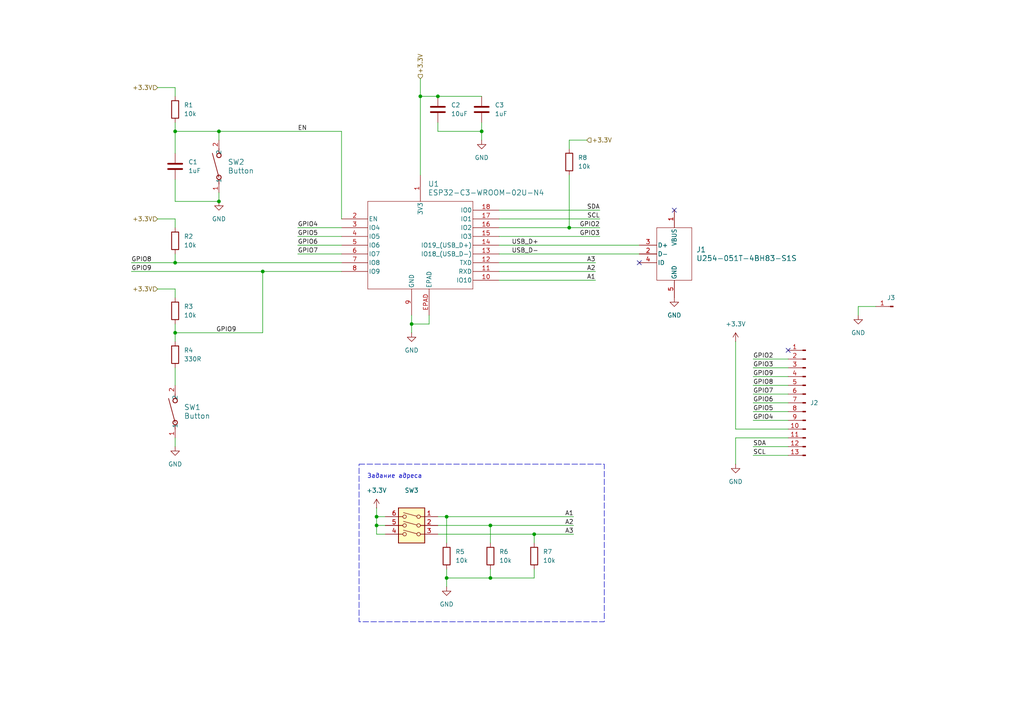
<source format=kicad_sch>
(kicad_sch (version 20231120) (generator "eeschema") (generator_version "8.0")
  (paper "A4")
  (lib_symbols
    (symbol "kicad_inventree_lib:C_10uF_16V_1206" (pin_numbers hide) (pin_names (offset 0.254))
      (property "Reference" "C" (at 0.635 2.54 0))
      (property "Value" "10uF" (at 0.635 -2.54 0))
      (symbol "C_10uF_16V_1206_0_1"
        (polyline (pts (xy -2.032 -0.762) (xy 2.032 -0.762)) (stroke (width 0.508)))
        (polyline (pts (xy -2.032 0.762) (xy 2.032 0.762)) (stroke (width 0.508)))
      )
      (symbol "C_10uF_16V_1206_1_1"
        (pin passive line (at 0 3.81 270) (length 2.794) (name "~") (number "1"))
        (pin passive line (at 0 -3.81 90) (length 2.794) (name "~") (number "2"))
      )
    )
    (symbol "kicad_inventree_lib:C_1uF_16V_1206" (pin_numbers hide) (pin_names (offset 0.254))
      (property "Reference" "C" (at 0.635 2.54 0))
      (property "Value" "1uF" (at 0.635 -2.54 0))
      (symbol "C_1uF_16V_1206_0_1"
        (polyline (pts (xy -2.032 -0.762) (xy 2.032 -0.762)) (stroke (width 0.508)))
        (polyline (pts (xy -2.032 0.762) (xy 2.032 0.762)) (stroke (width 0.508)))
      )
      (symbol "C_1uF_16V_1206_1_1"
        (pin passive line (at 0 3.81 270) (length 2.794) (name "~") (number "1"))
        (pin passive line (at 0 -3.81 90) (length 2.794) (name "~") (number "2"))
      )
    )
    (symbol "kicad_inventree_lib:C_1uF_50V_1206" (pin_numbers hide) (pin_names (offset 0.254))
      (property "Reference" "C" (at 0.635 2.54 0))
      (property "Value" "1uF" (at 0.635 -2.54 0))
      (symbol "C_1uF_50V_1206_0_1"
        (polyline (pts (xy -2.032 -0.762) (xy 2.032 -0.762)) (stroke (width 0.508)))
        (polyline (pts (xy -2.032 0.762) (xy 2.032 0.762)) (stroke (width 0.508)))
      )
      (symbol "C_1uF_50V_1206_1_1"
        (pin passive line (at 0 3.81 270) (length 2.794) (name "~") (number "1"))
        (pin passive line (at 0 -3.81 90) (length 2.794) (name "~") (number "2"))
      )
    )
    (symbol "kicad_inventree_lib:DIP_SW-3P-P2.54-THT-Top" (pin_names (offset 0) hide)
      (property "Reference" "SW" (at 0 6.35 0))
      (property "Value" "DIP_SW-3P-P2.54-THT-Top" (at 0 -6.35 0))
      (symbol "DIP_SW-3P-P2.54-THT-Top_0_0"
        (circle (center -2.032 -2.54) (radius 0.508))
        (circle (center -2.032 0) (radius 0.508))
        (circle (center -2.032 2.54) (radius 0.508))
        (polyline (pts (xy -1.524 -2.413) (xy 2.3622 -1.3716)))
        (polyline (pts (xy -1.524 0.127) (xy 2.3622 1.1684)))
        (polyline (pts (xy -1.524 2.667) (xy 2.3622 3.7084)))
        (circle (center 2.032 -2.54) (radius 0.508))
        (circle (center 2.032 0) (radius 0.508))
        (circle (center 2.032 2.54) (radius 0.508))
      )
      (symbol "DIP_SW-3P-P2.54-THT-Top_0_1"
        (rectangle (start -3.81 5.08) (end 3.81 -5.08) (stroke (width 0.254)) (fill (type background)))
      )
      (symbol "DIP_SW-3P-P2.54-THT-Top_1_1"
        (pin passive line (at -7.62 2.54 0) (length 5.08) (name "~") (number "1"))
        (pin passive line (at -7.62 0 0) (length 5.08) (name "~") (number "2"))
        (pin passive line (at -7.62 -2.54 0) (length 5.08) (name "~") (number "3"))
        (pin passive line (at 7.62 -2.54 180) (length 5.08) (name "~") (number "4"))
        (pin passive line (at 7.62 0 180) (length 5.08) (name "~") (number "5"))
        (pin passive line (at 7.62 2.54 180) (length 5.08) (name "~") (number "6"))
      )
    )
    (symbol "kicad_inventree_lib:ESP32-C3-WROOM-02U-N4" (pin_names (offset 0.254))
      (property "Reference" "U" (at 2.54 5.08 0))
      (property "Value" "ESP32-C3-WROOM-02U-N4" (at 2.54 2.54 0))
      (symbol "ESP32-C3-WROOM-02U-N4_0_1"
        (polyline (pts (xy -15.24 -25.4) (xy 15.24 -25.4)) (stroke (width 0.127)))
        (polyline (pts (xy -15.24 0) (xy -15.24 -25.4)) (stroke (width 0.127)))
        (polyline (pts (xy 15.24 -25.4) (xy 15.24 0)) (stroke (width 0.127)))
        (polyline (pts (xy 15.24 0) (xy -15.24 0)) (stroke (width 0.127)))
        (pin power_in line (at 0 7.62 270) (length 7.62) (name "3V3") (number "1"))
        (pin bidirectional line (at 22.86 -22.86 180) (length 7.62) (name "IO10") (number "10"))
        (pin bidirectional line (at 22.86 -20.32 180) (length 7.62) (name "RXD") (number "11"))
        (pin bidirectional line (at 22.86 -17.78 180) (length 7.62) (name "TXD") (number "12"))
        (pin bidirectional line (at 22.86 -10.16 180) (length 7.62) (name "IO3") (number "15"))
        (pin bidirectional line (at 22.86 -7.62 180) (length 7.62) (name "IO2") (number "16"))
        (pin bidirectional line (at 22.86 -5.08 180) (length 7.62) (name "IO1") (number "17"))
        (pin bidirectional line (at 22.86 -2.54 180) (length 7.62) (name "IO0") (number "18"))
        (pin input line (at -22.86 -5.08 0) (length 7.62) (name "EN") (number "2"))
        (pin bidirectional line (at -22.86 -7.62 0) (length 7.62) (name "IO4") (number "3"))
        (pin bidirectional line (at -22.86 -10.16 0) (length 7.62) (name "IO5") (number "4"))
        (pin bidirectional line (at -22.86 -12.7 0) (length 7.62) (name "IO6") (number "5"))
        (pin bidirectional line (at -22.86 -15.24 0) (length 7.62) (name "IO7") (number "6"))
        (pin bidirectional line (at -22.86 -17.78 0) (length 7.62) (name "IO8") (number "7"))
        (pin bidirectional line (at -22.86 -20.32 0) (length 7.62) (name "IO9") (number "8"))
        (pin power_out line (at -2.54 -33.02 90) (length 7.62) (name "GND") (number "9"))
      )
      (symbol "ESP32-C3-WROOM-02U-N4_1_1"
        (pin bidirectional line (at 22.86 -15.24 180) (length 7.62) (name "IO18_(USB_D-)") (number "13"))
        (pin bidirectional line (at 22.86 -12.7 180) (length 7.62) (name "IO19_(USB_D+)") (number "14"))
        (pin power_out line (at 2.54 -33.02 90) (length 7.62) (name "EPAD") (number "EPAD"))
      )
    )
    (symbol "kicad_inventree_lib:PinHeader_01x01_P2.54_THT_straight" (pin_names (offset 1.016) hide)
      (property "Reference" "J" (at 0 2.54 0))
      (property "Value" "PinHeader_01x01_P2.54_THT_straight" (at 0 -2.54 0))
      (symbol "PinHeader_01x01_P2.54_THT_straight_1_1"
        (polyline (pts (xy 1.27 0) (xy 0.8636 0)) (stroke (width 0.1524)))
        (rectangle (start 0.8636 0.127) (end 0 -0.127) (stroke (width 0.1524)) (fill (type outline)))
        (pin passive line (at 5.08 0 180) (length 3.81) (name "Pin_1") (number "1"))
      )
    )
    (symbol "kicad_inventree_lib:PinHeader_01x13_P2.54_THT_straight" (pin_names (offset 1.016) hide)
      (property "Reference" "J" (at 0 17.78 0))
      (property "Value" "PinHeader_01x13_P2.54_THT_straight" (at 0 -17.78 0))
      (symbol "PinHeader_01x13_P2.54_THT_straight_1_1"
        (polyline (pts (xy 1.27 -15.24) (xy 0.8636 -15.24)) (stroke (width 0.1524)))
        (polyline (pts (xy 1.27 -12.7) (xy 0.8636 -12.7)) (stroke (width 0.1524)))
        (polyline (pts (xy 1.27 -10.16) (xy 0.8636 -10.16)) (stroke (width 0.1524)))
        (polyline (pts (xy 1.27 -7.62) (xy 0.8636 -7.62)) (stroke (width 0.1524)))
        (polyline (pts (xy 1.27 -5.08) (xy 0.8636 -5.08)) (stroke (width 0.1524)))
        (polyline (pts (xy 1.27 -2.54) (xy 0.8636 -2.54)) (stroke (width 0.1524)))
        (polyline (pts (xy 1.27 0) (xy 0.8636 0)) (stroke (width 0.1524)))
        (polyline (pts (xy 1.27 2.54) (xy 0.8636 2.54)) (stroke (width 0.1524)))
        (polyline (pts (xy 1.27 5.08) (xy 0.8636 5.08)) (stroke (width 0.1524)))
        (polyline (pts (xy 1.27 7.62) (xy 0.8636 7.62)) (stroke (width 0.1524)))
        (polyline (pts (xy 1.27 10.16) (xy 0.8636 10.16)) (stroke (width 0.1524)))
        (polyline (pts (xy 1.27 12.7) (xy 0.8636 12.7)) (stroke (width 0.1524)))
        (polyline (pts (xy 1.27 15.24) (xy 0.8636 15.24)) (stroke (width 0.1524)))
        (rectangle (start 0.8636 -15.113) (end 0 -15.367) (stroke (width 0.1524)) (fill (type outline)))
        (rectangle (start 0.8636 -12.573) (end 0 -12.827) (stroke (width 0.1524)) (fill (type outline)))
        (rectangle (start 0.8636 -10.033) (end 0 -10.287) (stroke (width 0.1524)) (fill (type outline)))
        (rectangle (start 0.8636 -7.493) (end 0 -7.747) (stroke (width 0.1524)) (fill (type outline)))
        (rectangle (start 0.8636 -4.953) (end 0 -5.207) (stroke (width 0.1524)) (fill (type outline)))
        (rectangle (start 0.8636 -2.413) (end 0 -2.667) (stroke (width 0.1524)) (fill (type outline)))
        (rectangle (start 0.8636 0.127) (end 0 -0.127) (stroke (width 0.1524)) (fill (type outline)))
        (rectangle (start 0.8636 2.667) (end 0 2.413) (stroke (width 0.1524)) (fill (type outline)))
        (rectangle (start 0.8636 5.207) (end 0 4.953) (stroke (width 0.1524)) (fill (type outline)))
        (rectangle (start 0.8636 7.747) (end 0 7.493) (stroke (width 0.1524)) (fill (type outline)))
        (rectangle (start 0.8636 10.287) (end 0 10.033) (stroke (width 0.1524)) (fill (type outline)))
        (rectangle (start 0.8636 12.827) (end 0 12.573) (stroke (width 0.1524)) (fill (type outline)))
        (rectangle (start 0.8636 15.367) (end 0 15.113) (stroke (width 0.1524)) (fill (type outline)))
        (pin passive line (at 5.08 15.24 180) (length 3.81) (name "Pin_1") (number "1"))
        (pin passive line (at 5.08 -7.62 180) (length 3.81) (name "Pin_10") (number "10"))
        (pin passive line (at 5.08 -10.16 180) (length 3.81) (name "Pin_11") (number "11"))
        (pin passive line (at 5.08 -12.7 180) (length 3.81) (name "Pin_12") (number "12"))
        (pin passive line (at 5.08 -15.24 180) (length 3.81) (name "Pin_13") (number "13"))
        (pin passive line (at 5.08 12.7 180) (length 3.81) (name "Pin_2") (number "2"))
        (pin passive line (at 5.08 10.16 180) (length 3.81) (name "Pin_3") (number "3"))
        (pin passive line (at 5.08 7.62 180) (length 3.81) (name "Pin_4") (number "4"))
        (pin passive line (at 5.08 5.08 180) (length 3.81) (name "Pin_5") (number "5"))
        (pin passive line (at 5.08 2.54 180) (length 3.81) (name "Pin_6") (number "6"))
        (pin passive line (at 5.08 0 180) (length 3.81) (name "Pin_7") (number "7"))
        (pin passive line (at 5.08 -2.54 180) (length 3.81) (name "Pin_8") (number "8"))
        (pin passive line (at 5.08 -5.08 180) (length 3.81) (name "Pin_9") (number "9"))
      )
    )
    (symbol "kicad_inventree_lib:R_10k_1206_1%" (pin_numbers hide) (pin_names (offset 0))
      (property "Reference" "R" (at 2.032 0 90))
      (property "Value" "10k" (at 0 0 90))
      (symbol "R_10k_1206_1%_0_1"
        (rectangle (start -1.016 -2.54) (end 1.016 2.54) (stroke (width 0.254)))
      )
      (symbol "R_10k_1206_1%_1_1"
        (pin passive line (at 0 3.81 270) (length 1.27) (name "~") (number "1"))
        (pin passive line (at 0 -3.81 90) (length 1.27) (name "~") (number "2"))
      )
    )
    (symbol "kicad_inventree_lib:R_330R_1206_1%" (pin_numbers hide) (pin_names (offset 0))
      (property "Reference" "R" (at 2.032 0 90))
      (property "Value" "330R" (at 0 0 90))
      (symbol "R_330R_1206_1%_0_1"
        (rectangle (start -1.016 -2.54) (end 1.016 2.54) (stroke (width 0.254)))
      )
      (symbol "R_330R_1206_1%_1_1"
        (pin passive line (at 0 3.81 270) (length 1.27) (name "~") (number "1"))
        (pin passive line (at 0 -3.81 90) (length 1.27) (name "~") (number "2"))
      )
    )
    (symbol "kicad_inventree_lib:TS-1088-AR02016" (pin_names (offset 0.254))
      (property "Reference" "SW" (at 7.62 3.81 0))
      (property "Value" "Button" (at 0 0 0))
      (symbol "TS-1088-AR02016_0_1"
        (polyline (pts (xy 2.54 0) (xy 3.81 0)) (stroke (width 0.2032)))
        (polyline (pts (xy 4.445 0) (xy 11.43 1.905)) (stroke (width 0.2032)))
        (polyline (pts (xy 12.7 0) (xy 11.43 0)) (stroke (width 0.2032)))
        (circle (center 4.445 0) (radius 0.635) (stroke (width 0.254)))
        (circle (center 10.795 0) (radius 0.635) (stroke (width 0.254)))
        (pin unspecified line (at 0 0 0) (length 2.54) (name "1") (number "1"))
        (pin unspecified line (at 15.24 0 180) (length 2.54) (name "2") (number "2"))
      )
    )
    (symbol "kicad_inventree_lib:XKG_U254-051T-4BH83-S1S" (pin_names (offset 0.254))
      (property "Reference" "J" (at 8.382 -1.27 0))
      (property "Value" "U254-051T-4BH83-S1S" (at 22.098 -5.842 0))
      (symbol "XKG_U254-051T-4BH83-S1S_0_1"
        (polyline (pts (xy -5.08 -15.24) (xy 5.08 -15.24)) (stroke (width 0.127)))
        (polyline (pts (xy -5.08 0) (xy -5.08 -15.24)) (stroke (width 0.127)))
        (polyline (pts (xy 5.08 -15.24) (xy 5.08 0)) (stroke (width 0.127)))
        (polyline (pts (xy 5.08 0) (xy -5.08 0)) (stroke (width 0.127)))
      )
      (symbol "XKG_U254-051T-4BH83-S1S_1_1"
        (pin unspecified line (at 0 5.08 270) (length 5.08) (name "VBUS") (number "1"))
        (pin unspecified line (at -10.16 -7.62 0) (length 5.08) (name "D-") (number "2"))
        (pin unspecified line (at -10.16 -5.08 0) (length 5.08) (name "D+") (number "3"))
        (pin unspecified line (at -10.16 -10.16 0) (length 5.08) (name "ID") (number "4"))
        (pin unspecified line (at 0 -20.32 90) (length 5.08) (name "GND") (number "5"))
      )
    )
    (symbol "power:+3.3V" (power) (pin_numbers hide) (pin_names (offset 0) hide)
      (property "Value" "+3.3V" (at 0 3.556 0))
      (symbol "+3.3V_0_1"
        (polyline (pts (xy -0.762 1.27) (xy 0 2.54)))
        (polyline (pts (xy 0 0) (xy 0 2.54)))
        (polyline (pts (xy 0 2.54) (xy 0.762 1.27)))
      )
      (symbol "+3.3V_1_1"
        (pin power_in line (at 0 0 90) (length 0) (name "~") (number "1"))
      )
    )
    (symbol "power:GND" (power) (pin_numbers hide) (pin_names (offset 0) hide)
      (property "Value" "GND" (at 0 -3.81 0))
      (symbol "GND_0_1"
        (polyline (pts (xy 0 0) (xy 0 -1.27) (xy 1.27 -1.27) (xy 0 -2.54) (xy -1.27 -1.27) (xy 0 -1.27)))
      )
      (symbol "GND_1_1"
        (pin power_in line (at 0 0 270) (length 0) (name "~") (number "1"))
      )
    )
  )
  (junction (at 139.7 38.1))
  (junction (at 50.8 96.52))
  (junction (at 119.38 93.98))
  (junction (at 109.22 152.4))
  (junction (at 129.54 167.64))
  (junction (at 165.1 66.04))
  (junction (at 50.8 76.2))
  (junction (at 63.5 38.1))
  (junction (at 50.8 38.1))
  (junction (at 127 27.94))
  (junction (at 76.2 78.74))
  (junction (at 142.24 167.64))
  (junction (at 109.22 149.86))
  (junction (at 142.24 152.4))
  (junction (at 63.5 58.42))
  (junction (at 121.92 27.94))
  (junction (at 154.94 154.94))
  (junction (at 129.54 149.86))
  (no_connect (at 228.6 101.6))
  (no_connect (at 185.42 76.2))
  (no_connect (at 195.58 60.96))
  (wire (pts (xy 144.78 76.2) (xy 172.72 76.2)))
  (wire (pts (xy 121.92 22.86) (xy 121.92 27.94)))
  (wire (pts (xy 228.6 124.46) (xy 213.36 124.46)))
  (wire (pts (xy 248.92 88.9) (xy 248.92 91.44)))
  (wire (pts (xy 119.38 93.98) (xy 119.38 96.52)))
  (wire (pts (xy 127 154.94) (xy 154.94 154.94)))
  (wire (pts (xy 124.46 91.44) (xy 124.46 93.98)))
  (wire (pts (xy 50.8 25.4) (xy 50.8 27.94)))
  (wire (pts (xy 111.76 152.4) (xy 109.22 152.4)))
  (wire (pts (xy 111.76 149.86) (xy 109.22 149.86)))
  (wire (pts (xy 63.5 38.1) (xy 63.5 40.64)))
  (wire (pts (xy 50.8 38.1) (xy 50.8 44.45)))
  (wire (pts (xy 144.78 73.66) (xy 185.42 73.66)))
  (wire (pts (xy 45.72 25.4) (xy 50.8 25.4)))
  (wire (pts (xy 50.8 58.42) (xy 63.5 58.42)))
  (wire (pts (xy 218.44 104.14) (xy 228.6 104.14)))
  (wire (pts (xy 218.44 109.22) (xy 228.6 109.22)))
  (wire (pts (xy 127 35.56) (xy 127 38.1)))
  (wire (pts (xy 218.44 106.68) (xy 228.6 106.68)))
  (wire (pts (xy 165.1 50.8) (xy 165.1 66.04)))
  (wire (pts (xy 228.6 127) (xy 213.36 127)))
  (wire (pts (xy 127 149.86) (xy 129.54 149.86)))
  (wire (pts (xy 76.2 96.52) (xy 76.2 78.74)))
  (wire (pts (xy 129.54 149.86) (xy 129.54 157.48)))
  (wire (pts (xy 142.24 152.4) (xy 166.37 152.4)))
  (wire (pts (xy 86.36 71.12) (xy 99.06 71.12)))
  (wire (pts (xy 50.8 106.68) (xy 50.8 111.76)))
  (wire (pts (xy 218.44 132.08) (xy 228.6 132.08)))
  (wire (pts (xy 50.8 35.56) (xy 50.8 38.1)))
  (wire (pts (xy 121.92 27.94) (xy 121.92 50.8)))
  (wire (pts (xy 213.36 124.46) (xy 213.36 99.06)))
  (wire (pts (xy 218.44 114.3) (xy 228.6 114.3)))
  (wire (pts (xy 50.8 96.52) (xy 76.2 96.52)))
  (wire (pts (xy 144.78 63.5) (xy 173.99 63.5)))
  (wire (pts (xy 127 38.1) (xy 139.7 38.1)))
  (wire (pts (xy 63.5 38.1) (xy 99.06 38.1)))
  (wire (pts (xy 213.36 127) (xy 213.36 134.62)))
  (wire (pts (xy 50.8 127) (xy 50.8 129.54)))
  (wire (pts (xy 50.8 96.52) (xy 50.8 93.98)))
  (wire (pts (xy 50.8 73.66) (xy 50.8 76.2)))
  (wire (pts (xy 129.54 167.64) (xy 129.54 170.18)))
  (wire (pts (xy 165.1 40.64) (xy 165.1 43.18)))
  (wire (pts (xy 119.38 91.44) (xy 119.38 93.98)))
  (wire (pts (xy 121.92 27.94) (xy 127 27.94)))
  (wire (pts (xy 38.1 78.74) (xy 76.2 78.74)))
  (wire (pts (xy 129.54 167.64) (xy 142.24 167.64)))
  (wire (pts (xy 144.78 71.12) (xy 185.42 71.12)))
  (wire (pts (xy 218.44 129.54) (xy 228.6 129.54)))
  (wire (pts (xy 154.94 167.64) (xy 142.24 167.64)))
  (wire (pts (xy 50.8 96.52) (xy 50.8 99.06)))
  (wire (pts (xy 63.5 55.88) (xy 63.5 58.42)))
  (wire (pts (xy 109.22 147.32) (xy 109.22 149.86)))
  (wire (pts (xy 127 152.4) (xy 142.24 152.4)))
  (wire (pts (xy 139.7 38.1) (xy 139.7 40.64)))
  (wire (pts (xy 170.18 40.64) (xy 165.1 40.64)))
  (wire (pts (xy 119.38 93.98) (xy 124.46 93.98)))
  (wire (pts (xy 99.06 38.1) (xy 99.06 63.5)))
  (wire (pts (xy 218.44 119.38) (xy 228.6 119.38)))
  (wire (pts (xy 154.94 165.1) (xy 154.94 167.64)))
  (wire (pts (xy 142.24 165.1) (xy 142.24 167.64)))
  (wire (pts (xy 154.94 154.94) (xy 154.94 157.48)))
  (wire (pts (xy 154.94 154.94) (xy 166.37 154.94)))
  (wire (pts (xy 254 88.9) (xy 248.92 88.9)))
  (wire (pts (xy 142.24 152.4) (xy 142.24 157.48)))
  (wire (pts (xy 76.2 78.74) (xy 99.06 78.74)))
  (wire (pts (xy 218.44 121.92) (xy 228.6 121.92)))
  (wire (pts (xy 129.54 165.1) (xy 129.54 167.64)))
  (wire (pts (xy 144.78 81.28) (xy 172.72 81.28)))
  (wire (pts (xy 127 27.94) (xy 139.7 27.94)))
  (wire (pts (xy 50.8 38.1) (xy 63.5 38.1)))
  (wire (pts (xy 50.8 63.5) (xy 50.8 66.04)))
  (wire (pts (xy 109.22 152.4) (xy 109.22 154.94)))
  (wire (pts (xy 111.76 154.94) (xy 109.22 154.94)))
  (wire (pts (xy 38.1 76.2) (xy 50.8 76.2)))
  (wire (pts (xy 218.44 116.84) (xy 228.6 116.84)))
  (wire (pts (xy 144.78 66.04) (xy 165.1 66.04)))
  (wire (pts (xy 165.1 66.04) (xy 173.99 66.04)))
  (wire (pts (xy 86.36 68.58) (xy 99.06 68.58)))
  (wire (pts (xy 109.22 149.86) (xy 109.22 152.4)))
  (wire (pts (xy 50.8 83.82) (xy 50.8 86.36)))
  (wire (pts (xy 144.78 68.58) (xy 173.99 68.58)))
  (wire (pts (xy 144.78 60.96) (xy 173.99 60.96)))
  (wire (pts (xy 50.8 76.2) (xy 99.06 76.2)))
  (wire (pts (xy 45.72 63.5) (xy 50.8 63.5)))
  (wire (pts (xy 218.44 111.76) (xy 228.6 111.76)))
  (wire (pts (xy 86.36 66.04) (xy 99.06 66.04)))
  (wire (pts (xy 45.72 83.82) (xy 50.8 83.82)))
  (wire (pts (xy 50.8 52.07) (xy 50.8 58.42)))
  (wire (pts (xy 129.54 149.86) (xy 166.37 149.86)))
  (wire (pts (xy 144.78 78.74) (xy 172.72 78.74)))
  (wire (pts (xy 86.36 73.66) (xy 99.06 73.66)))
  (wire (pts (xy 139.7 35.56) (xy 139.7 38.1)))
  (rectangle (start 104.14 134.62) (end 175.26 180.34) (stroke (width 0) (type dash)))
  (text "Задание адреса" (at 106.426 138.176 0) (effects (font (size 1.27 1.27)) (justify left)))
  (label "GPIO2" (at 173.99 66.04 180))
  (label "GPIO7" (at 86.36 73.66 0))
  (label "GPIO5" (at 218.44 119.38 0))
  (label "GPIO3" (at 218.44 106.68 0))
  (label "GPIO6" (at 218.44 116.84 0))
  (label "GPIO4" (at 86.36 66.04 0))
  (label "GPIO2" (at 218.44 104.14 0))
  (label "GPIO9" (at 38.1 78.74 0))
  (label "USB_D-" (at 156.21 73.66 180))
  (label "SCL" (at 173.99 63.5 180))
  (label "USB_D+" (at 156.21 71.12 180))
  (label "A2" (at 166.37 152.4 180))
  (label "SDA" (at 173.99 60.96 180))
  (label "GPIO9" (at 218.44 109.22 0))
  (label "GPIO8" (at 218.44 111.76 0))
  (label "A2" (at 172.72 78.74 180))
  (label "GPIO3" (at 173.99 68.58 180))
  (label "GPIO8" (at 38.1 76.2 0))
  (label "GPIO9" (at 68.58 96.52 180))
  (label "EN" (at 86.36 38.1 0))
  (label "A1" (at 166.37 149.86 180))
  (label "GPIO4" (at 218.44 121.92 0))
  (label "A3" (at 166.37 154.94 180))
  (label "SCL" (at 218.44 132.08 0))
  (label "GPIO7" (at 218.44 114.3 0))
  (label "A3" (at 172.72 76.2 180))
  (label "GPIO5" (at 86.36 68.58 0))
  (label "GPIO6" (at 86.36 71.12 0))
  (label "SDA" (at 218.44 129.54 0))
  (label "A1" (at 172.72 81.28 180))
  (hierarchical_label "+3.3V" (shape input) (at 45.72 83.82 180))
  (hierarchical_label "+3.3V" (shape input) (at 45.72 63.5 180))
  (hierarchical_label "+3.3V" (shape input) (at 121.92 22.86 90))
  (hierarchical_label "+3.3V" (shape input) (at 45.72 25.4 180))
  (hierarchical_label "+3.3V" (shape input) (at 170.18 40.64 0))
  (symbol (lib_id "kicad_inventree_lib:R_10k_1206_1%") (at 50.8 69.85 0) (unit 1)
    (property "Reference" "R2" (at 53.34 68.5799 0) (effects (justify left)))
    (property "Value" "10k" (at 53.34 71.1199 0) (effects (justify left)))
    (property "Footprint" "Resistor_SMD:R_1206_3216Metric_Pad1.30x1.75mm_HandSolder" (effects (hide yes)))
    (property "Datasheet" "http://inventree.network/part/26/" (effects (hide yes)))
    (property "Description" "Resistor" (effects (hide yes)))
    (property "NextPCB_price" "0.00169" (effects (hide yes)))
    (property "NextPCB_url" "https://www.hqonline.com/product-detail/chip-resistors-fojan-frc1206f3301ts-2500354421" (effects (hide yes)))
    (property "part_ipn" "R_10k_1206_1%" (effects (hide yes)))
  )
  (symbol (lib_id "kicad_inventree_lib:TS-1088-AR02016") (at 63.5 55.88 90) (unit 1)
    (property "Reference" "SW2" (at 66.04 46.9899 90) (effects (font (size 1.524 1.524)) (justify right)))
    (property "Value" "Button" (at 66.04 49.5299 90) (effects (font (size 1.524 1.524)) (justify right)))
    (property "Footprint" "kicad_inventree_lib:SW_TS-1088_XNP-M" (effects (hide yes)))
    (property "Datasheet" "http://inventree.network/part/139/" (effects (hide yes)))
    (property "part_ipn" "TS-1088-AR02016 " (effects (hide yes)))
  )
  (symbol (lib_id "kicad_inventree_lib:C_10uF_16V_1206") (at 127 31.75 180) (unit 1)
    (property "Reference" "C2" (at 130.81 30.4799 0) (effects (justify right)))
    (property "Value" "10uF" (at 130.81 33.0199 0) (effects (justify right)))
    (property "Footprint" "Capacitor_SMD:C_1206_3216Metric_Pad1.33x1.80mm_HandSolder" (effects (hide yes)))
    (property "Datasheet" "http://inventree.network/part/141/" (effects (hide yes)))
    (property "Description" "Unpolarized capacitor" (effects (hide yes)))
    (property "part_ipn" "C_10uF_16V_1206" (effects (hide yes)))
  )
  (symbol (lib_id "kicad_inventree_lib:PinHeader_01x01_P2.54_THT_straight") (at 259.08 88.9 0) (mirror y) (unit 1)
    (property "Reference" "J3" (at 258.445 86.36 0))
    (property "Value" "PinHeader_01x01_P2.54_THT_straight" (effects (hide yes)))
    (property "Footprint" "Connector_PinHeader_2.54mm:PinHeader_1x01_P2.54mm_Vertical" (effects (hide yes)))
    (property "Datasheet" "http://inventree.network/part/150/" (effects (hide yes)))
    (property "Description" "Generic connector, single row, 01x01, script generated" (effects (hide yes)))
    (property "part_ipn" "PinHeader_01x01_P2.54_THT_straight" (effects (hide yes)))
  )
  (symbol (lib_id "kicad_inventree_lib:R_330R_1206_1%") (at 50.8 102.87 0) (unit 1)
    (property "Reference" "R4" (at 53.34 101.5999 0) (effects (justify left)))
    (property "Value" "330R" (at 53.34 104.1399 0) (effects (justify left)))
    (property "Footprint" "Resistor_SMD:R_1206_3216Metric_Pad1.30x1.75mm_HandSolder" (effects (hide yes)))
    (property "Datasheet" "http://inventree.network/part/140/" (effects (hide yes)))
    (property "Description" "Resistor" (effects (hide yes)))
    (property "part_ipn" "R_330R_1206_1% " (effects (hide yes)))
  )
  (symbol (lib_id "power:GND") (at 139.7 40.64 0) (unit 1)
    (property "Reference" "#PWR010" (effects (hide yes)))
    (property "Value" "GND" (at 139.7 45.72 0))
    (property "Description" "Power symbol creates a global label with name \"GND\" , ground" (effects (hide yes)))
  )
  (symbol (lib_id "kicad_inventree_lib:R_10k_1206_1%") (at 50.8 90.17 0) (unit 1)
    (property "Reference" "R3" (at 53.34 88.8999 0) (effects (justify left)))
    (property "Value" "10k" (at 53.34 91.4399 0) (effects (justify left)))
    (property "Footprint" "Resistor_SMD:R_1206_3216Metric_Pad1.30x1.75mm_HandSolder" (effects (hide yes)))
    (property "Datasheet" "http://inventree.network/part/26/" (effects (hide yes)))
    (property "Description" "Resistor" (effects (hide yes)))
    (property "NextPCB_price" "0.00169" (effects (hide yes)))
    (property "NextPCB_url" "https://www.hqonline.com/product-detail/chip-resistors-fojan-frc1206f3301ts-2500354421" (effects (hide yes)))
    (property "part_ipn" "R_10k_1206_1%" (effects (hide yes)))
  )
  (symbol (lib_id "kicad_inventree_lib:PinHeader_01x13_P2.54_THT_straight") (at 233.68 116.84 0) (mirror y) (unit 1)
    (property "Reference" "J2" (at 234.95 116.8399 0) (effects (justify right)))
    (property "Value" "PinHeader_01x13_P2.54_THT_straight" (effects (hide yes)))
    (property "Footprint" "Connector_PinHeader_2.54mm:PinHeader_1x13_P2.54mm_Vertical" (effects (hide yes)))
    (property "Datasheet" "http://inventree.network/part/151/" (effects (hide yes)))
    (property "Description" "Generic connector, single row, 01x13, script generated" (effects (hide yes)))
    (property "part_ipn" "PinHeader_01x13_P2.54_THT_straight " (effects (hide yes)))
  )
  (symbol (lib_id "power:GND") (at 129.54 170.18 0) (unit 1)
    (property "Reference" "#PWR02" (effects (hide yes)))
    (property "Value" "GND" (at 129.54 175.26 0))
    (property "Description" "Power symbol creates a global label with name \"GND\" , ground" (effects (hide yes)))
  )
  (symbol (lib_id "kicad_inventree_lib:R_10k_1206_1%") (at 129.54 161.29 180) (unit 1)
    (property "Reference" "R5" (at 132.08 160.0199 0) (effects (justify right)))
    (property "Value" "10k" (at 132.08 162.5599 0) (effects (justify right)))
    (property "Footprint" "Resistor_SMD:R_1206_3216Metric_Pad1.30x1.75mm_HandSolder" (effects (hide yes)))
    (property "Datasheet" "http://inventree.network/part/26/" (effects (hide yes)))
    (property "Description" "Resistor" (effects (hide yes)))
    (property "NextPCB_price" "0.00169" (effects (hide yes)))
    (property "NextPCB_url" "https://www.hqonline.com/product-detail/chip-resistors-fojan-frc1206f3301ts-2500354421" (effects (hide yes)))
    (property "part_ipn" "R_10k_1206_1%" (effects (hide yes)))
  )
  (symbol (lib_id "power:+3.3V") (at 213.36 99.06 0) (unit 1)
    (property "Reference" "#PWR04" (effects (hide yes)))
    (property "Value" "+3.3V" (at 213.36 93.98 0))
    (property "Description" "Power symbol creates a global label with name \"+3.3V\"" (effects (hide yes)))
  )
  (symbol (lib_id "kicad_inventree_lib:TS-1088-AR02016") (at 50.8 127 90) (unit 1)
    (property "Reference" "SW1" (at 53.34 118.1099 90) (effects (font (size 1.524 1.524)) (justify right)))
    (property "Value" "Button" (at 53.34 120.6499 90) (effects (font (size 1.524 1.524)) (justify right)))
    (property "Footprint" "kicad_inventree_lib:SW_TS-1088_XNP-M" (effects (hide yes)))
    (property "Datasheet" "http://inventree.network/part/139/" (effects (hide yes)))
    (property "part_ipn" "TS-1088-AR02016 " (effects (hide yes)))
  )
  (symbol (lib_id "power:GND") (at 63.5 58.42 0) (unit 1)
    (property "Reference" "#PWR09" (effects (hide yes)))
    (property "Value" "GND" (at 63.5 63.5 0))
    (property "Description" "Power symbol creates a global label with name \"GND\" , ground" (effects (hide yes)))
  )
  (symbol (lib_id "power:GND") (at 248.92 91.44 0) (unit 1)
    (property "Reference" "#PWR03" (effects (hide yes)))
    (property "Value" "GND" (at 248.92 96.52 0))
    (property "Description" "Power symbol creates a global label with name \"GND\" , ground" (effects (hide yes)))
  )
  (symbol (lib_id "kicad_inventree_lib:R_10k_1206_1%") (at 165.1 46.99 0) (unit 1)
    (property "Reference" "R8" (at 167.64 45.7199 0) (effects (justify left)))
    (property "Value" "10k" (at 167.64 48.2599 0) (effects (justify left)))
    (property "Footprint" "Resistor_SMD:R_1206_3216Metric_Pad1.30x1.75mm_HandSolder" (effects (hide yes)))
    (property "Datasheet" "http://inventree.network/part/26/" (effects (hide yes)))
    (property "Description" "Resistor" (effects (hide yes)))
    (property "NextPCB_price" "0.00169" (effects (hide yes)))
    (property "NextPCB_url" "https://www.hqonline.com/product-detail/chip-resistors-fojan-frc1206f3301ts-2500354421" (effects (hide yes)))
    (property "part_ipn" "R_10k_1206_1%" (effects (hide yes)))
  )
  (symbol (lib_id "kicad_inventree_lib:DIP_SW-3P-P2.54-THT-Top") (at 119.38 152.4 0) (mirror y) (unit 1)
    (property "Reference" "SW3" (at 119.38 142.24 0))
    (property "Value" "DIP_SW-3P-P2.54-THT-Top" (effects (hide yes)))
    (property "Footprint" "kicad_inventree_lib:SW_DIP_SPSTx03_Slide_9.78x9.8mm_W7.62mm_P2.54mm" (effects (hide yes)))
    (property "Datasheet" "http://inventree.network/part/122/" (effects (hide yes)))
    (property "Description" "3x DIP Switch, Single Pole Single Throw (SPST) switch, small symbol" (effects (hide yes)))
    (property "part_ipn" "DIP_SW-3P-P2.54-THT-Top" (effects (hide yes)))
  )
  (symbol (lib_id "power:GND") (at 195.58 86.36 0) (unit 1)
    (property "Reference" "#PWR06" (effects (hide yes)))
    (property "Value" "GND" (at 195.58 91.44 0))
    (property "Description" "Power symbol creates a global label with name \"GND\" , ground" (effects (hide yes)))
  )
  (symbol (lib_id "kicad_inventree_lib:XKG_U254-051T-4BH83-S1S") (at 195.58 66.04 0) (unit 1)
    (property "Reference" "J1" (at 201.93 72.3899 0) (effects (font (size 1.524 1.524)) (justify left)))
    (property "Value" "U254-051T-4BH83-S1S" (at 201.93 74.9299 0) (effects (font (size 1.524 1.524)) (justify left)))
    (property "Footprint" "kicad_inventree_lib:CONN5_H83-S1S_XKB" (effects (hide yes)))
    (property "Datasheet" "http://inventree.network/part/136/" (effects (hide yes)))
    (property "part_ipn" "U254-051T-4BH83-S1S " (effects (hide yes)))
  )
  (symbol (lib_id "kicad_inventree_lib:C_1uF_16V_1206") (at 139.7 31.75 0) (unit 1)
    (property "Reference" "C3" (at 143.51 30.4799 0) (effects (justify left)))
    (property "Value" "1uF" (at 143.51 33.0199 0) (effects (justify left)))
    (property "Footprint" "Capacitor_SMD:C_1206_3216Metric_Pad1.33x1.80mm_HandSolder" (effects (hide yes)))
    (property "Datasheet" "http://inventree.network/part/141/" (effects (hide yes)))
    (property "Description" "Unpolarized capacitor" (effects (hide yes)))
    (property "part_ipn" "C_1uF_16V_1206" (effects (hide yes)))
  )
  (symbol (lib_id "kicad_inventree_lib:C_1uF_50V_1206") (at 50.8 48.26 0) (unit 1)
    (property "Reference" "C1" (at 54.61 46.9899 0) (effects (justify left)))
    (property "Value" "1uF" (at 54.61 49.5299 0) (effects (justify left)))
    (property "Footprint" "Capacitor_SMD:C_1206_3216Metric_Pad1.33x1.80mm_HandSolder" (effects (hide yes)))
    (property "Datasheet" "http://inventree.network/part/44/" (effects (hide yes)))
    (property "Description" "Unpolarized capacitor" (effects (hide yes)))
    (property "part_ipn" "C_1uF_50V_1206" (effects (hide yes)))
  )
  (symbol (lib_id "kicad_inventree_lib:ESP32-C3-WROOM-02U-N4") (at 121.92 58.42 0) (unit 1)
    (property "Reference" "U1" (at 124.1141 53.34 0) (effects (font (size 1.524 1.524)) (justify left)))
    (property "Value" "ESP32-C3-WROOM-02U-N4" (at 124.1141 55.88 0) (effects (font (size 1.524 1.524)) (justify left)))
    (property "Footprint" "ESP32-C3-WROOM-02U_EXP" (effects (hide yes)))
    (property "Datasheet" "http://inventree.network/part/132/" (effects (hide yes)))
    (property "part_ipn" "ESP32-C3-WROOM-02U-N4" (effects (hide yes)))
  )
  (symbol (lib_id "power:GND") (at 50.8 129.54 0) (unit 1)
    (property "Reference" "#PWR08" (effects (hide yes)))
    (property "Value" "GND" (at 50.8 134.62 0))
    (property "Description" "Power symbol creates a global label with name \"GND\" , ground" (effects (hide yes)))
  )
  (symbol (lib_id "kicad_inventree_lib:R_10k_1206_1%") (at 142.24 161.29 180) (unit 1)
    (property "Reference" "R6" (at 144.78 160.0199 0) (effects (justify right)))
    (property "Value" "10k" (at 144.78 162.5599 0) (effects (justify right)))
    (property "Footprint" "Resistor_SMD:R_1206_3216Metric_Pad1.30x1.75mm_HandSolder" (effects (hide yes)))
    (property "Datasheet" "http://inventree.network/part/26/" (effects (hide yes)))
    (property "Description" "Resistor" (effects (hide yes)))
    (property "NextPCB_price" "0.00169" (effects (hide yes)))
    (property "NextPCB_url" "https://www.hqonline.com/product-detail/chip-resistors-fojan-frc1206f3301ts-2500354421" (effects (hide yes)))
    (property "part_ipn" "R_10k_1206_1%" (effects (hide yes)))
  )
  (symbol (lib_id "power:GND") (at 119.38 96.52 0) (unit 1)
    (property "Reference" "#PWR07" (effects (hide yes)))
    (property "Value" "GND" (at 119.38 101.6 0))
    (property "Description" "Power symbol creates a global label with name \"GND\" , ground" (effects (hide yes)))
  )
  (symbol (lib_id "kicad_inventree_lib:R_10k_1206_1%") (at 154.94 161.29 180) (unit 1)
    (property "Reference" "R7" (at 157.48 160.0199 0) (effects (justify right)))
    (property "Value" "10k" (at 157.48 162.5599 0) (effects (justify right)))
    (property "Footprint" "Resistor_SMD:R_1206_3216Metric_Pad1.30x1.75mm_HandSolder" (effects (hide yes)))
    (property "Datasheet" "http://inventree.network/part/26/" (effects (hide yes)))
    (property "Description" "Resistor" (effects (hide yes)))
    (property "NextPCB_price" "0.00169" (effects (hide yes)))
    (property "NextPCB_url" "https://www.hqonline.com/product-detail/chip-resistors-fojan-frc1206f3301ts-2500354421" (effects (hide yes)))
    (property "part_ipn" "R_10k_1206_1%" (effects (hide yes)))
  )
  (symbol (lib_id "power:GND") (at 213.36 134.62 0) (unit 1)
    (property "Reference" "#PWR05" (effects (hide yes)))
    (property "Value" "GND" (at 213.36 139.7 0))
    (property "Description" "Power symbol creates a global label with name \"GND\" , ground" (effects (hide yes)))
  )
  (symbol (lib_id "kicad_inventree_lib:R_10k_1206_1%") (at 50.8 31.75 0) (unit 1)
    (property "Reference" "R1" (at 53.34 30.4799 0) (effects (justify left)))
    (property "Value" "10k" (at 53.34 33.0199 0) (effects (justify left)))
    (property "Footprint" "Resistor_SMD:R_1206_3216Metric_Pad1.30x1.75mm_HandSolder" (effects (hide yes)))
    (property "Datasheet" "http://inventree.network/part/26/" (effects (hide yes)))
    (property "Description" "Resistor" (effects (hide yes)))
    (property "NextPCB_price" "0.00169" (effects (hide yes)))
    (property "NextPCB_url" "https://www.hqonline.com/product-detail/chip-resistors-fojan-frc1206f3301ts-2500354421" (effects (hide yes)))
    (property "part_ipn" "R_10k_1206_1%" (effects (hide yes)))
  )
  (symbol (lib_id "power:+3.3V") (at 109.22 147.32 0) (unit 1)
    (property "Reference" "#PWR01" (effects (hide yes)))
    (property "Value" "+3.3V" (at 109.22 142.24 0))
    (property "Description" "Power symbol creates a global label with name \"+3.3V\"" (effects (hide yes)))
  )
)
</source>
